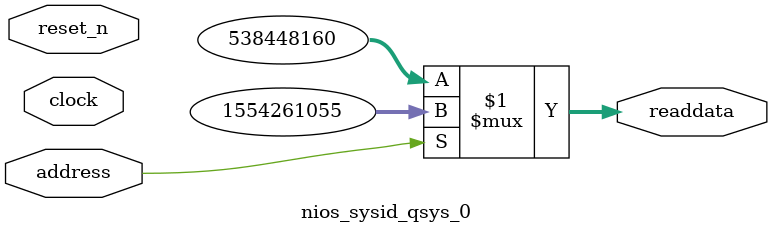
<source format=v>



// synthesis translate_off
`timescale 1ns / 1ps
// synthesis translate_on

// turn off superfluous verilog processor warnings 
// altera message_level Level1 
// altera message_off 10034 10035 10036 10037 10230 10240 10030 

module nios_sysid_qsys_0 (
               // inputs:
                address,
                clock,
                reset_n,

               // outputs:
                readdata
             )
;

  output  [ 31: 0] readdata;
  input            address;
  input            clock;
  input            reset_n;

  wire    [ 31: 0] readdata;
  //control_slave, which is an e_avalon_slave
  assign readdata = address ? 1554261055 : 538448160;

endmodule



</source>
